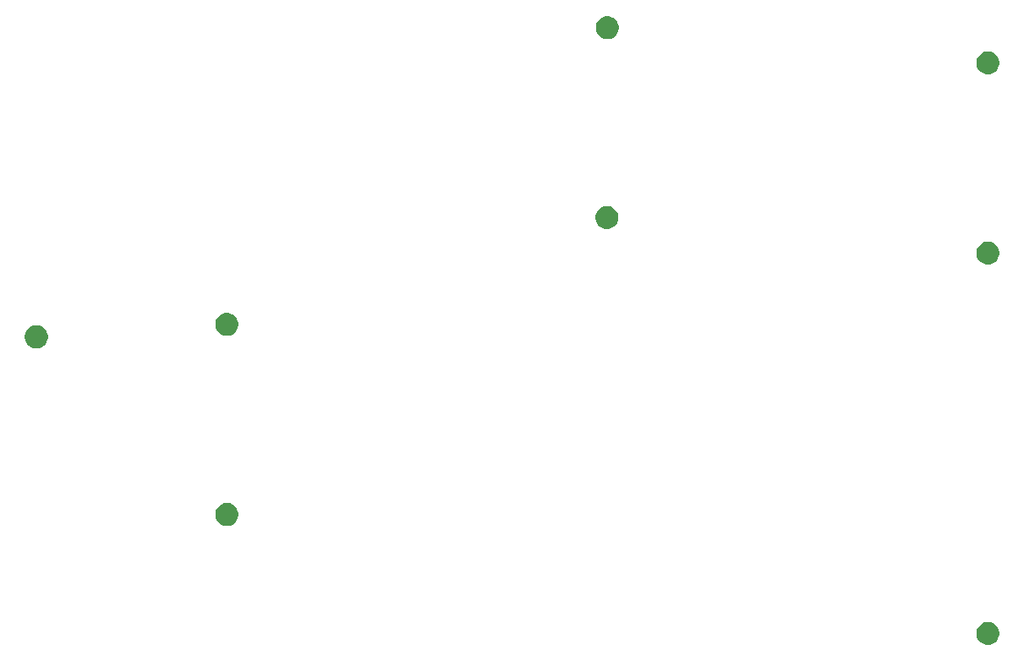
<source format=gts>
G04 #@! TF.GenerationSoftware,KiCad,Pcbnew,(5.1.5)-3*
G04 #@! TF.CreationDate,2020-04-13T19:22:52+08:00*
G04 #@! TF.ProjectId,underplate,756e6465-7270-46c6-9174-652e6b696361,rev?*
G04 #@! TF.SameCoordinates,Original*
G04 #@! TF.FileFunction,Soldermask,Top*
G04 #@! TF.FilePolarity,Negative*
%FSLAX46Y46*%
G04 Gerber Fmt 4.6, Leading zero omitted, Abs format (unit mm)*
G04 Created by KiCad (PCBNEW (5.1.5)-3) date 2020-04-13 19:22:52*
%MOMM*%
%LPD*%
G04 APERTURE LIST*
%ADD10C,0.100000*%
G04 APERTURE END LIST*
D10*
G36*
X200369549Y-139121116D02*
G01*
X200480734Y-139143232D01*
X200690203Y-139229997D01*
X200878720Y-139355960D01*
X201039040Y-139516280D01*
X201165003Y-139704797D01*
X201251768Y-139914266D01*
X201296000Y-140136636D01*
X201296000Y-140363364D01*
X201251768Y-140585734D01*
X201165003Y-140795203D01*
X201039040Y-140983720D01*
X200878720Y-141144040D01*
X200690203Y-141270003D01*
X200480734Y-141356768D01*
X200369549Y-141378884D01*
X200258365Y-141401000D01*
X200031635Y-141401000D01*
X199920451Y-141378884D01*
X199809266Y-141356768D01*
X199599797Y-141270003D01*
X199411280Y-141144040D01*
X199250960Y-140983720D01*
X199124997Y-140795203D01*
X199038232Y-140585734D01*
X198994000Y-140363364D01*
X198994000Y-140136636D01*
X199038232Y-139914266D01*
X199124997Y-139704797D01*
X199250960Y-139516280D01*
X199411280Y-139355960D01*
X199599797Y-139229997D01*
X199809266Y-139143232D01*
X199920451Y-139121116D01*
X200031635Y-139099000D01*
X200258365Y-139099000D01*
X200369549Y-139121116D01*
G37*
G36*
X124169549Y-127214116D02*
G01*
X124280734Y-127236232D01*
X124490203Y-127322997D01*
X124678720Y-127448960D01*
X124839040Y-127609280D01*
X124965003Y-127797797D01*
X125051768Y-128007266D01*
X125096000Y-128229636D01*
X125096000Y-128456364D01*
X125051768Y-128678734D01*
X124965003Y-128888203D01*
X124839040Y-129076720D01*
X124678720Y-129237040D01*
X124490203Y-129363003D01*
X124280734Y-129449768D01*
X124169549Y-129471884D01*
X124058365Y-129494000D01*
X123831635Y-129494000D01*
X123720451Y-129471884D01*
X123609266Y-129449768D01*
X123399797Y-129363003D01*
X123211280Y-129237040D01*
X123050960Y-129076720D01*
X122924997Y-128888203D01*
X122838232Y-128678734D01*
X122794000Y-128456364D01*
X122794000Y-128229636D01*
X122838232Y-128007266D01*
X122924997Y-127797797D01*
X123050960Y-127609280D01*
X123211280Y-127448960D01*
X123399797Y-127322997D01*
X123609266Y-127236232D01*
X123720451Y-127214116D01*
X123831635Y-127192000D01*
X124058365Y-127192000D01*
X124169549Y-127214116D01*
G37*
G36*
X105094549Y-109427616D02*
G01*
X105205734Y-109449732D01*
X105415203Y-109536497D01*
X105603720Y-109662460D01*
X105764040Y-109822780D01*
X105890003Y-110011297D01*
X105976768Y-110220766D01*
X106021000Y-110443136D01*
X106021000Y-110669864D01*
X105976768Y-110892234D01*
X105890003Y-111101703D01*
X105764040Y-111290220D01*
X105603720Y-111450540D01*
X105415203Y-111576503D01*
X105205734Y-111663268D01*
X105094549Y-111685384D01*
X104983365Y-111707500D01*
X104756635Y-111707500D01*
X104645451Y-111685384D01*
X104534266Y-111663268D01*
X104324797Y-111576503D01*
X104136280Y-111450540D01*
X103975960Y-111290220D01*
X103849997Y-111101703D01*
X103763232Y-110892234D01*
X103719000Y-110669864D01*
X103719000Y-110443136D01*
X103763232Y-110220766D01*
X103849997Y-110011297D01*
X103975960Y-109822780D01*
X104136280Y-109662460D01*
X104324797Y-109536497D01*
X104534266Y-109449732D01*
X104645451Y-109427616D01*
X104756635Y-109405500D01*
X104983365Y-109405500D01*
X105094549Y-109427616D01*
G37*
G36*
X124169549Y-108170316D02*
G01*
X124280734Y-108192432D01*
X124490203Y-108279197D01*
X124678720Y-108405160D01*
X124839040Y-108565480D01*
X124965003Y-108753997D01*
X125051768Y-108963466D01*
X125096000Y-109185836D01*
X125096000Y-109412564D01*
X125051768Y-109634934D01*
X124965003Y-109844403D01*
X124839040Y-110032920D01*
X124678720Y-110193240D01*
X124490203Y-110319203D01*
X124280734Y-110405968D01*
X124169549Y-110428084D01*
X124058365Y-110450200D01*
X123831635Y-110450200D01*
X123720451Y-110428084D01*
X123609266Y-110405968D01*
X123399797Y-110319203D01*
X123211280Y-110193240D01*
X123050960Y-110032920D01*
X122924997Y-109844403D01*
X122838232Y-109634934D01*
X122794000Y-109412564D01*
X122794000Y-109185836D01*
X122838232Y-108963466D01*
X122924997Y-108753997D01*
X123050960Y-108565480D01*
X123211280Y-108405160D01*
X123399797Y-108279197D01*
X123609266Y-108192432D01*
X123720451Y-108170316D01*
X123831635Y-108148200D01*
X124058365Y-108148200D01*
X124169549Y-108170316D01*
G37*
G36*
X200369549Y-101020616D02*
G01*
X200480734Y-101042732D01*
X200690203Y-101129497D01*
X200878720Y-101255460D01*
X201039040Y-101415780D01*
X201165003Y-101604297D01*
X201251768Y-101813766D01*
X201296000Y-102036136D01*
X201296000Y-102262864D01*
X201251768Y-102485234D01*
X201165003Y-102694703D01*
X201039040Y-102883220D01*
X200878720Y-103043540D01*
X200690203Y-103169503D01*
X200480734Y-103256268D01*
X200369549Y-103278384D01*
X200258365Y-103300500D01*
X200031635Y-103300500D01*
X199920451Y-103278384D01*
X199809266Y-103256268D01*
X199599797Y-103169503D01*
X199411280Y-103043540D01*
X199250960Y-102883220D01*
X199124997Y-102694703D01*
X199038232Y-102485234D01*
X198994000Y-102262864D01*
X198994000Y-102036136D01*
X199038232Y-101813766D01*
X199124997Y-101604297D01*
X199250960Y-101415780D01*
X199411280Y-101255460D01*
X199599797Y-101129497D01*
X199809266Y-101042732D01*
X199920451Y-101020616D01*
X200031635Y-100998500D01*
X200258365Y-100998500D01*
X200369549Y-101020616D01*
G37*
G36*
X162214549Y-97482316D02*
G01*
X162325734Y-97504432D01*
X162535203Y-97591197D01*
X162723720Y-97717160D01*
X162884040Y-97877480D01*
X163010003Y-98065997D01*
X163096768Y-98275466D01*
X163141000Y-98497836D01*
X163141000Y-98724564D01*
X163096768Y-98946934D01*
X163010003Y-99156403D01*
X162884040Y-99344920D01*
X162723720Y-99505240D01*
X162535203Y-99631203D01*
X162325734Y-99717968D01*
X162214549Y-99740084D01*
X162103365Y-99762200D01*
X161876635Y-99762200D01*
X161765451Y-99740084D01*
X161654266Y-99717968D01*
X161444797Y-99631203D01*
X161256280Y-99505240D01*
X161095960Y-99344920D01*
X160969997Y-99156403D01*
X160883232Y-98946934D01*
X160839000Y-98724564D01*
X160839000Y-98497836D01*
X160883232Y-98275466D01*
X160969997Y-98065997D01*
X161095960Y-97877480D01*
X161256280Y-97717160D01*
X161444797Y-97591197D01*
X161654266Y-97504432D01*
X161765451Y-97482316D01*
X161876635Y-97460200D01*
X162103365Y-97460200D01*
X162214549Y-97482316D01*
G37*
G36*
X200369549Y-81976616D02*
G01*
X200480734Y-81998732D01*
X200690203Y-82085497D01*
X200878720Y-82211460D01*
X201039040Y-82371780D01*
X201165003Y-82560297D01*
X201251768Y-82769766D01*
X201296000Y-82992136D01*
X201296000Y-83218864D01*
X201251768Y-83441234D01*
X201165003Y-83650703D01*
X201039040Y-83839220D01*
X200878720Y-83999540D01*
X200690203Y-84125503D01*
X200480734Y-84212268D01*
X200369549Y-84234384D01*
X200258365Y-84256500D01*
X200031635Y-84256500D01*
X199920451Y-84234384D01*
X199809266Y-84212268D01*
X199599797Y-84125503D01*
X199411280Y-83999540D01*
X199250960Y-83839220D01*
X199124997Y-83650703D01*
X199038232Y-83441234D01*
X198994000Y-83218864D01*
X198994000Y-82992136D01*
X199038232Y-82769766D01*
X199124997Y-82560297D01*
X199250960Y-82371780D01*
X199411280Y-82211460D01*
X199599797Y-82085497D01*
X199809266Y-81998732D01*
X199920451Y-81976616D01*
X200031635Y-81954500D01*
X200258365Y-81954500D01*
X200369549Y-81976616D01*
G37*
G36*
X162269549Y-78452316D02*
G01*
X162380734Y-78474432D01*
X162590203Y-78561197D01*
X162778720Y-78687160D01*
X162939040Y-78847480D01*
X163065003Y-79035997D01*
X163151768Y-79245466D01*
X163196000Y-79467836D01*
X163196000Y-79694564D01*
X163151768Y-79916934D01*
X163065003Y-80126403D01*
X162939040Y-80314920D01*
X162778720Y-80475240D01*
X162590203Y-80601203D01*
X162380734Y-80687968D01*
X162269549Y-80710084D01*
X162158365Y-80732200D01*
X161931635Y-80732200D01*
X161820451Y-80710084D01*
X161709266Y-80687968D01*
X161499797Y-80601203D01*
X161311280Y-80475240D01*
X161150960Y-80314920D01*
X161024997Y-80126403D01*
X160938232Y-79916934D01*
X160894000Y-79694564D01*
X160894000Y-79467836D01*
X160938232Y-79245466D01*
X161024997Y-79035997D01*
X161150960Y-78847480D01*
X161311280Y-78687160D01*
X161499797Y-78561197D01*
X161709266Y-78474432D01*
X161820451Y-78452316D01*
X161931635Y-78430200D01*
X162158365Y-78430200D01*
X162269549Y-78452316D01*
G37*
M02*

</source>
